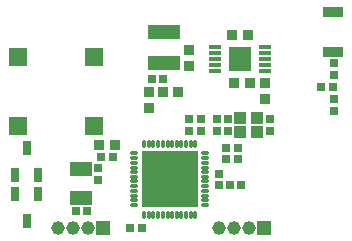
<source format=gts>
%FSTAX23Y23*%
%MOIN*%
%SFA1B1*%

%IPPOS*%
%ADD32R,0.029527X0.025591*%
%ADD33R,0.025591X0.029527*%
%ADD34R,0.031496X0.025591*%
%ADD35R,0.108268X0.049212*%
%ADD36R,0.068898X0.037401*%
%ADD37R,0.029527X0.051181*%
%ADD38R,0.037401X0.035433*%
%ADD39R,0.035433X0.037401*%
%ADD40R,0.040945X0.014567*%
%ADD41R,0.072047X0.079921*%
%ADD42R,0.076771X0.045275*%
%ADD43O,0.031496X0.013780*%
%ADD44O,0.013780X0.031496*%
%ADD45R,0.190944X0.190944*%
%ADD46R,0.043307X0.039370*%
%ADD47C,0.045275*%
%ADD48R,0.045275X0.045275*%
%ADD49R,0.064960X0.064960*%
%LNfinal_1_board-1*%
%LPD*%
G54D32*
X-00274Y-00105D03*
X-00313D03*
X00544Y00307D03*
X00505D03*
X00188Y00068D03*
X00227D03*
Y00103D03*
X00188D03*
X-00229Y00074D03*
X-0019D03*
X-00092Y-00161D03*
X-00131D03*
G54D33*
X00164Y00019D03*
Y-00019D03*
X00547Y00348D03*
Y00387D03*
Y00228D03*
Y00268D03*
X00159Y002D03*
Y00161D03*
X00194Y002D03*
Y00161D03*
X00103Y002D03*
Y00161D03*
X00064D03*
Y002D03*
X00333D03*
Y00161D03*
X-00238Y00037D03*
Y-00001D03*
G54D34*
X00239Y-0002D03*
X00202D03*
X-0006Y00335D03*
X-00023D03*
G54D35*
X-00018Y00386D03*
Y00492D03*
G54D36*
X00546Y00425D03*
Y00559D03*
G54D37*
X-00439Y-00049D03*
X-00514D03*
X-00477Y-00138D03*
X-00514Y00015D03*
X-00439D03*
X-00477Y00104D03*
G54D38*
X00066Y00379D03*
Y00432D03*
X00318Y00321D03*
Y00268D03*
X-0007Y00292D03*
Y00239D03*
G54D39*
X0026Y00481D03*
X00207D03*
X00267Y00322D03*
X00214D03*
X-00236Y00114D03*
X-00183D03*
X00029Y00292D03*
X-00023D03*
G54D40*
X00151Y0044D03*
Y0042D03*
Y00401D03*
Y00381D03*
Y00361D03*
X00317Y0044D03*
Y0042D03*
Y00401D03*
Y00381D03*
Y00361D03*
G54D41*
X00235Y00401D03*
G54D42*
X-00294Y00034D03*
Y-00064D03*
G54D43*
X-00119Y00086D03*
Y0007D03*
Y00055D03*
Y00039D03*
Y00023D03*
Y00007D03*
Y-00007D03*
Y-00023D03*
Y-00039D03*
Y-00055D03*
Y-0007D03*
Y-00086D03*
X00119D03*
Y-0007D03*
Y-00055D03*
Y-00039D03*
Y-00023D03*
Y-00007D03*
Y00007D03*
Y00023D03*
Y00039D03*
Y00055D03*
Y0007D03*
Y00086D03*
G54D44*
X-00086Y-00119D03*
X-0007D03*
X-00055D03*
X-00039D03*
X-00023D03*
X-00007D03*
X00007D03*
X00023D03*
X00039D03*
X00055D03*
X0007D03*
X00086D03*
Y00119D03*
X0007D03*
X00055D03*
X00039D03*
X00023D03*
X00007D03*
X-00007D03*
X-00023D03*
X-00039D03*
X-00055D03*
X-0007D03*
X-00086D03*
G54D45*
X0Y0D03*
G54D46*
X00235Y00158D03*
Y00203D03*
X00292D03*
Y00158D03*
G54D47*
X-00372Y-00164D03*
X-00322D03*
X-00272D03*
X00264D03*
X00214D03*
X00164D03*
G54D48*
X-00222Y-00164D03*
X00314D03*
G54D49*
X-00505Y00179D03*
Y00407D03*
X-00253Y00179D03*
Y00407D03*
M02*
</source>
